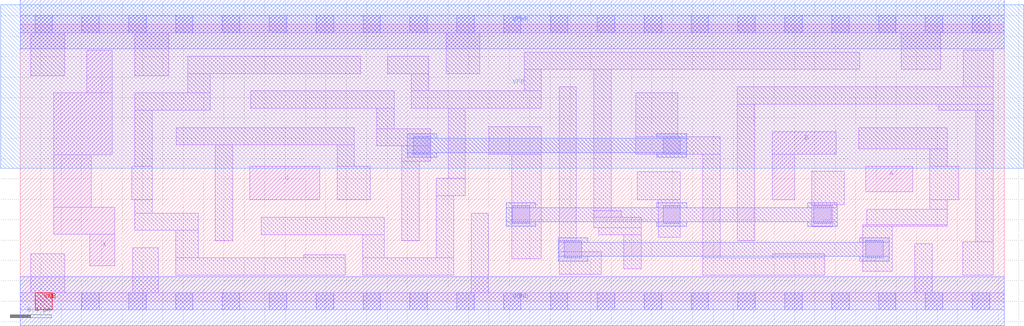
<source format=lef>
# Copyright 2020 The SkyWater PDK Authors
#
# Licensed under the Apache License, Version 2.0 (the "License");
# you may not use this file except in compliance with the License.
# You may obtain a copy of the License at
#
#     https://www.apache.org/licenses/LICENSE-2.0
#
# Unless required by applicable law or agreed to in writing, software
# distributed under the License is distributed on an "AS IS" BASIS,
# WITHOUT WARRANTIES OR CONDITIONS OF ANY KIND, either express or implied.
# See the License for the specific language governing permissions and
# limitations under the License.
#
# SPDX-License-Identifier: Apache-2.0

VERSION 5.7 ;
  NOWIREEXTENSIONATPIN ON ;
  DIVIDERCHAR "/" ;
  BUSBITCHARS "[]" ;
PROPERTYDEFINITIONS
  MACRO maskLayoutSubType STRING ;
  MACRO prCellType STRING ;
  MACRO originalViewName STRING ;
END PROPERTYDEFINITIONS
MACRO sky130_fd_sc_hdll__xor3_2
  CLASS CORE ;
  FOREIGN sky130_fd_sc_hdll__xor3_2 ;
  ORIGIN  0.000000  0.000000 ;
  SIZE  9.660000 BY  2.720000 ;
  SYMMETRY X Y R90 ;
  SITE unithd ;
  PIN A
    ANTENNAGATEAREA  0.276000 ;
    DIRECTION INPUT ;
    USE SIGNAL ;
    PORT
      LAYER li1 ;
        RECT 8.300000 1.075000 8.760000 1.325000 ;
    END
  END A
  PIN B
    ANTENNAGATEAREA  0.735900 ;
    DIRECTION INPUT ;
    USE SIGNAL ;
    PORT
      LAYER li1 ;
        RECT 7.380000 0.995000 7.600000 1.445000 ;
        RECT 7.380000 1.445000 8.010000 1.665000 ;
    END
  END B
  PIN C
    ANTENNAGATEAREA  0.425400 ;
    DIRECTION INPUT ;
    USE SIGNAL ;
    PORT
      LAYER li1 ;
        RECT 2.255000 0.995000 2.940000 1.325000 ;
    END
  END C
  PIN VGND
    ANTENNADIFFAREA  0.896050 ;
    DIRECTION INOUT ;
    USE SIGNAL ;
    PORT
      LAYER met1 ;
        RECT 0.000000 -0.240000 9.660000 0.240000 ;
    END
  END VGND
  PIN VNB
    PORT
      LAYER pwell ;
        RECT 0.145000 -0.085000 0.315000 0.085000 ;
    END
  END VNB
  PIN VPB
    PORT
      LAYER nwell ;
        RECT -0.190000 1.305000 9.850000 2.910000 ;
    END
  END VPB
  PIN VPWR
    ANTENNADIFFAREA  1.269400 ;
    DIRECTION INOUT ;
    USE SIGNAL ;
    PORT
      LAYER met1 ;
        RECT 0.000000 2.480000 9.660000 2.960000 ;
    END
  END VPWR
  PIN X
    ANTENNADIFFAREA  0.517500 ;
    DIRECTION OUTPUT ;
    USE SIGNAL ;
    PORT
      LAYER li1 ;
        RECT 0.330000 0.660000 0.930000 0.925000 ;
        RECT 0.330000 0.925000 0.695000 1.440000 ;
        RECT 0.330000 1.440000 0.905000 2.045000 ;
        RECT 0.655000 2.045000 0.905000 2.465000 ;
        RECT 0.680000 0.350000 0.930000 0.660000 ;
    END
  END X
  OBS
    LAYER li1 ;
      RECT 0.000000 -0.085000 9.660000 0.085000 ;
      RECT 0.000000  2.635000 9.660000 2.805000 ;
      RECT 0.105000  0.085000 0.435000 0.465000 ;
      RECT 0.105000  2.215000 0.435000 2.635000 ;
      RECT 1.095000  0.995000 1.295000 1.325000 ;
      RECT 1.105000  0.085000 1.355000 0.525000 ;
      RECT 1.125000  0.695000 1.745000 0.865000 ;
      RECT 1.125000  0.865000 1.295000 0.995000 ;
      RECT 1.125000  1.325000 1.295000 1.875000 ;
      RECT 1.125000  1.875000 1.865000 2.045000 ;
      RECT 1.125000  2.215000 1.460000 2.635000 ;
      RECT 1.525000  0.255000 3.190000 0.425000 ;
      RECT 1.525000  0.425000 1.745000 0.695000 ;
      RECT 1.530000  1.535000 3.280000 1.705000 ;
      RECT 1.645000  2.045000 1.865000 2.235000 ;
      RECT 1.645000  2.235000 3.340000 2.405000 ;
      RECT 1.915000  0.595000 2.085000 1.535000 ;
      RECT 2.265000  1.895000 3.670000 2.065000 ;
      RECT 2.365000  0.655000 3.575000 0.825000 ;
      RECT 2.785000  0.425000 3.190000 0.455000 ;
      RECT 3.110000  0.995000 3.435000 1.325000 ;
      RECT 3.110000  1.325000 3.280000 1.535000 ;
      RECT 3.360000  0.255000 4.255000 0.425000 ;
      RECT 3.360000  0.425000 3.575000 0.655000 ;
      RECT 3.500000  1.525000 4.030000 1.695000 ;
      RECT 3.500000  1.695000 3.670000 1.895000 ;
      RECT 3.605000  2.235000 4.010000 2.405000 ;
      RECT 3.745000  0.595000 3.915000 1.375000 ;
      RECT 3.745000  1.375000 4.030000 1.525000 ;
      RECT 3.840000  1.895000 5.115000 2.065000 ;
      RECT 3.840000  2.065000 4.010000 2.235000 ;
      RECT 4.085000  0.425000 4.255000 1.035000 ;
      RECT 4.085000  1.035000 4.370000 1.205000 ;
      RECT 4.180000  2.235000 4.510000 2.635000 ;
      RECT 4.200000  1.205000 4.370000 1.895000 ;
      RECT 4.425000  0.085000 4.595000 0.865000 ;
      RECT 4.600000  1.445000 5.115000 1.715000 ;
      RECT 4.825000  0.415000 5.115000 1.445000 ;
      RECT 4.945000  2.065000 5.115000 2.275000 ;
      RECT 4.945000  2.275000 8.240000 2.445000 ;
      RECT 5.290000  0.265000 5.705000 0.485000 ;
      RECT 5.290000  0.485000 5.510000 0.595000 ;
      RECT 5.290000  0.595000 5.460000 2.105000 ;
      RECT 5.630000  0.720000 6.095000 0.825000 ;
      RECT 5.630000  0.825000 5.900000 0.890000 ;
      RECT 5.630000  0.890000 5.800000 2.275000 ;
      RECT 5.680000  0.655000 6.095000 0.720000 ;
      RECT 5.925000  0.320000 6.095000 0.655000 ;
      RECT 6.040000  1.445000 6.870000 1.615000 ;
      RECT 6.040000  1.615000 6.455000 2.045000 ;
      RECT 6.055000  0.995000 6.480000 1.270000 ;
      RECT 6.265000  0.630000 6.480000 0.995000 ;
      RECT 6.700000  0.255000 7.895000 0.425000 ;
      RECT 6.700000  0.425000 6.870000 1.445000 ;
      RECT 7.040000  0.595000 7.210000 1.935000 ;
      RECT 7.040000  1.935000 9.550000 2.105000 ;
      RECT 7.380000  0.425000 7.895000 0.465000 ;
      RECT 7.770000  0.730000 7.975000 0.945000 ;
      RECT 7.770000  0.945000 8.090000 1.275000 ;
      RECT 8.230000  1.495000 9.100000 1.705000 ;
      RECT 8.270000  0.295000 8.560000 0.735000 ;
      RECT 8.270000  0.735000 9.100000 0.750000 ;
      RECT 8.310000  0.750000 9.100000 0.905000 ;
      RECT 8.650000  2.275000 9.035000 2.635000 ;
      RECT 8.780000  0.085000 8.950000 0.565000 ;
      RECT 8.930000  0.905000 9.100000 0.995000 ;
      RECT 8.930000  0.995000 9.210000 1.325000 ;
      RECT 8.930000  1.325000 9.100000 1.495000 ;
      RECT 9.015000  1.875000 9.550000 1.935000 ;
      RECT 9.250000  0.255000 9.550000 0.585000 ;
      RECT 9.255000  2.105000 9.550000 2.465000 ;
      RECT 9.380000  0.585000 9.550000 1.875000 ;
    LAYER mcon ;
      RECT 0.145000 -0.085000 0.315000 0.085000 ;
      RECT 0.145000  2.635000 0.315000 2.805000 ;
      RECT 0.605000 -0.085000 0.775000 0.085000 ;
      RECT 0.605000  2.635000 0.775000 2.805000 ;
      RECT 1.065000 -0.085000 1.235000 0.085000 ;
      RECT 1.065000  2.635000 1.235000 2.805000 ;
      RECT 1.525000 -0.085000 1.695000 0.085000 ;
      RECT 1.525000  2.635000 1.695000 2.805000 ;
      RECT 1.985000 -0.085000 2.155000 0.085000 ;
      RECT 1.985000  2.635000 2.155000 2.805000 ;
      RECT 2.445000 -0.085000 2.615000 0.085000 ;
      RECT 2.445000  2.635000 2.615000 2.805000 ;
      RECT 2.905000 -0.085000 3.075000 0.085000 ;
      RECT 2.905000  2.635000 3.075000 2.805000 ;
      RECT 3.365000 -0.085000 3.535000 0.085000 ;
      RECT 3.365000  2.635000 3.535000 2.805000 ;
      RECT 3.825000 -0.085000 3.995000 0.085000 ;
      RECT 3.825000  2.635000 3.995000 2.805000 ;
      RECT 3.860000  1.445000 4.030000 1.615000 ;
      RECT 4.285000 -0.085000 4.455000 0.085000 ;
      RECT 4.285000  2.635000 4.455000 2.805000 ;
      RECT 4.745000 -0.085000 4.915000 0.085000 ;
      RECT 4.745000  2.635000 4.915000 2.805000 ;
      RECT 4.830000  0.765000 5.000000 0.935000 ;
      RECT 5.205000 -0.085000 5.375000 0.085000 ;
      RECT 5.205000  2.635000 5.375000 2.805000 ;
      RECT 5.340000  0.425000 5.510000 0.595000 ;
      RECT 5.665000 -0.085000 5.835000 0.085000 ;
      RECT 5.665000  2.635000 5.835000 2.805000 ;
      RECT 6.125000 -0.085000 6.295000 0.085000 ;
      RECT 6.125000  2.635000 6.295000 2.805000 ;
      RECT 6.310000  0.765000 6.480000 0.935000 ;
      RECT 6.310000  1.445000 6.480000 1.615000 ;
      RECT 6.585000 -0.085000 6.755000 0.085000 ;
      RECT 6.585000  2.635000 6.755000 2.805000 ;
      RECT 7.045000 -0.085000 7.215000 0.085000 ;
      RECT 7.045000  2.635000 7.215000 2.805000 ;
      RECT 7.505000 -0.085000 7.675000 0.085000 ;
      RECT 7.505000  2.635000 7.675000 2.805000 ;
      RECT 7.790000  0.765000 7.960000 0.935000 ;
      RECT 7.965000 -0.085000 8.135000 0.085000 ;
      RECT 7.965000  2.635000 8.135000 2.805000 ;
      RECT 8.300000  0.425000 8.470000 0.595000 ;
      RECT 8.425000 -0.085000 8.595000 0.085000 ;
      RECT 8.425000  2.635000 8.595000 2.805000 ;
      RECT 8.885000 -0.085000 9.055000 0.085000 ;
      RECT 8.885000  2.635000 9.055000 2.805000 ;
      RECT 9.345000 -0.085000 9.515000 0.085000 ;
      RECT 9.345000  2.635000 9.515000 2.805000 ;
    LAYER met1 ;
      RECT 3.800000 1.415000 4.090000 1.460000 ;
      RECT 3.800000 1.460000 6.540000 1.600000 ;
      RECT 3.800000 1.600000 4.090000 1.645000 ;
      RECT 4.770000 0.735000 5.060000 0.780000 ;
      RECT 4.770000 0.780000 8.020000 0.920000 ;
      RECT 4.770000 0.920000 5.060000 0.965000 ;
      RECT 5.280000 0.395000 5.570000 0.440000 ;
      RECT 5.280000 0.440000 8.530000 0.580000 ;
      RECT 5.280000 0.580000 5.570000 0.625000 ;
      RECT 6.250000 0.735000 6.540000 0.780000 ;
      RECT 6.250000 0.920000 6.540000 0.965000 ;
      RECT 6.250000 1.415000 6.540000 1.460000 ;
      RECT 6.250000 1.600000 6.540000 1.645000 ;
      RECT 7.730000 0.735000 8.020000 0.780000 ;
      RECT 7.730000 0.920000 8.020000 0.965000 ;
      RECT 8.240000 0.395000 8.530000 0.440000 ;
      RECT 8.240000 0.580000 8.530000 0.625000 ;
  END
  PROPERTY maskLayoutSubType "abstract" ;
  PROPERTY prCellType "standard" ;
  PROPERTY originalViewName "layout" ;
END sky130_fd_sc_hdll__xor3_2
END LIBRARY

</source>
